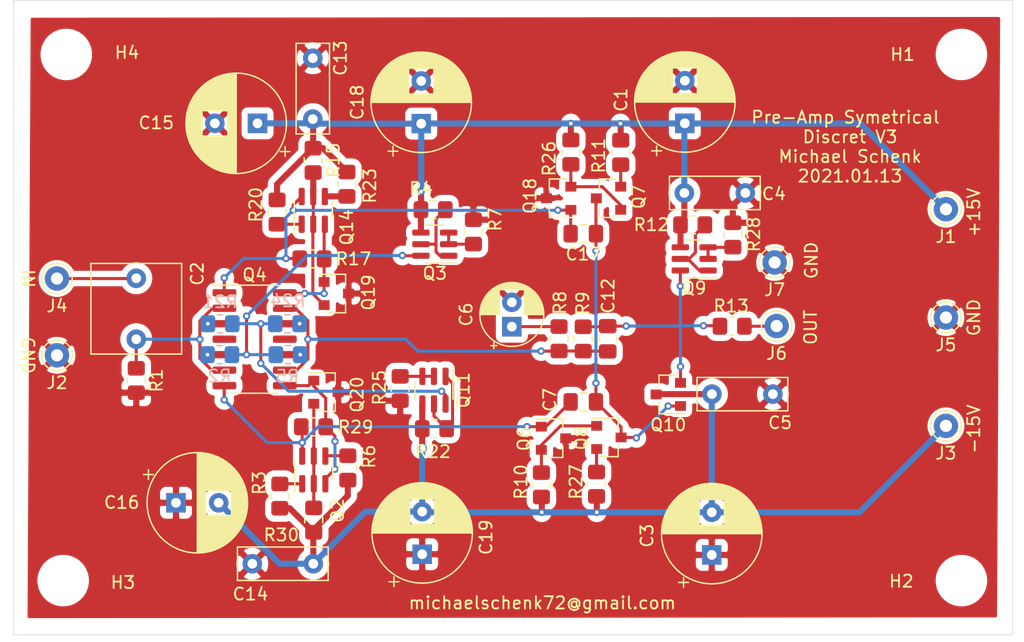
<source format=kicad_pcb>
(kicad_pcb (version 20171130) (host pcbnew "(5.1.9-0-10_14)")
  (layers (0 F.Cu signal) (31 B.Cu signal) (34 B.Paste user) (35 F.Paste user) (36 B.SilkS user) (37 F.SilkS user) (38 B.Mask user) (39 F.Mask user) (44 Edge.Cuts user))
  (net 0 "")
  (net 1 GND)
  (net 2 +15V)
  (net 3 "Net-(C2-Pad2)")
  (net 4 "Net-(C2-Pad1)")
  (net 5 -15V)
  (net 6 "Net-(C6-Pad1)")
  (net 7 "Net-(C7-Pad2)")
  (net 8 "Net-(J6-Pad1)")
  (net 9 "Net-(Q2-Pad2)")
  (net 10 "Net-(Q2-Pad1)")
  (net 11 "Net-(Q6-Pad2)")
  (net 12 "Net-(Q7-Pad2)")
  (net 13 "Net-(C12-Pad2)")
  (net 14 "Net-(C12-Pad1)")
  (net 15 "Net-(C17-Pad1)")
  (net 16 "Net-(C17-Pad2)")
  (net 17 "Net-(Q18-Pad2)")
  (net 18 "Net-(Q8-Pad2)")
  (net 19 "Net-(Q14-Pad2)")
  (net 20 "Net-(Q14-Pad1)")
  (net 21 "Net-(Q11-Pad1)")
  (net 22 "Net-(Q11-Pad6)")
  (net 23 "Net-(Q11-Pad2)")
  (net 24 "Net-(Q14-Pad4)")
  (net 25 "Net-(Q3-Pad6)")
  (net 26 "Net-(Q3-Pad1)")
  (net 27 "Net-(Q3-Pad2)")
  (net 28 "Net-(Q9-Pad2)")
  (net 29 "Net-(Q9-Pad1)")
  (net 30 "Net-(Q2-Pad4)")
  (net 31 "Net-(Q2-Pad3)")
  (net 32 "Net-(Q14-Pad3)")
  (net 33 "Net-(Q4-Pad12)")
  (net 34 "Net-(Q4-Pad10)")
  (net 35 "Net-(Q4-Pad5)")
  (net 36 "Net-(Q4-Pad3)")
  (module Resistor_SMD:R_0805_2012Metric_Pad1.20x1.40mm_HandSolder (layer B.Cu) (at 138.8204 124.968 180)
    (fp_text reference R2 (at 0.016 -1.7526) (layer B.SilkS) (effects (justify mirror)))
    (fp_text value 100R)
    (pad 2 smd roundrect (at 1 0 180) (size 1.2 1.4) (layers B.Cu B.Paste B.Mask) (roundrect_rratio 0.2083325) (net 35 "Net-(Q4-Pad5)"))
    (pad 1 smd roundrect (at -1 0 180) (size 1.2 1.4) (layers B.Cu B.Paste B.Mask) (roundrect_rratio 0.2083325) (net 25 "Net-(Q3-Pad6)"))
  )
  (module Resistor_SMD:R_0805_2012Metric_Pad1.20x1.40mm_HandSolder (layer B.Cu) (at 138.8524 122.428)
    (fp_text reference R21 (at -0.0094 -1.8034 180) (layer B.SilkS) (effects (justify mirror)))
    (fp_text value 100R)
    (pad 2 smd roundrect (at 1 0) (size 1.2 1.4) (layers B.Cu B.Paste B.Mask) (roundrect_rratio 0.2083325) (net 22 "Net-(Q11-Pad6)"))
    (pad 1 smd roundrect (at -1 0) (size 1.2 1.4) (layers B.Cu B.Paste B.Mask) (roundrect_rratio 0.2083325) (net 36 "Net-(Q4-Pad3)"))
  )
  (module Capacitor_THT:C_Rect_L7.2mm_W7.2mm_P5.00mm_FKS2_FKP2_MKS2_MKP2 (layer F.Cu) (at 131.9784 123.698 90)
    (fp_text reference C2 (at 5.3721 5.0038 90) (layer F.SilkS))
    (fp_text value 3.3uF)
    (pad 2 thru_hole circle (at 5 0 90) (size 1.6 1.6) (drill 0.8) (layers *.Cu *.Mask) (net 3 "Net-(C2-Pad2)"))
    (pad 1 thru_hole circle (at 0 0 90) (size 1.6 1.6) (drill 0.8) (layers *.Cu *.Mask) (net 4 "Net-(C2-Pad1)"))
  )
  (module Package_SO:SOIC-14_3.9x8.7mm_P1.27mm (layer F.Cu) (at 141.6812 123.698)
    (fp_text reference Q4 (at 0 -5.28) (layer F.SilkS))
    (fp_text value THAT340)
    (pad 14 smd roundrect (at 2.475 -3.81) (size 1.95 0.6) (layers F.Cu F.Paste F.Mask) (net 32 "Net-(Q14-Pad3)"))
    (pad 13 smd roundrect (at 2.475 -2.54) (size 1.95 0.6) (layers F.Cu F.Paste F.Mask) (net 13 "Net-(C12-Pad2)"))
    (pad 12 smd roundrect (at 2.475 -1.27) (size 1.95 0.6) (layers F.Cu F.Paste F.Mask) (net 33 "Net-(Q4-Pad12)"))
    (pad 11 smd roundrect (at 2.475 0) (size 1.95 0.6) (layers F.Cu F.Paste F.Mask))
    (pad 10 smd roundrect (at 2.475 1.27) (size 1.95 0.6) (layers F.Cu F.Paste F.Mask) (net 34 "Net-(Q4-Pad10)"))
    (pad 9 smd roundrect (at 2.475 2.54) (size 1.95 0.6) (layers F.Cu F.Paste F.Mask) (net 13 "Net-(C12-Pad2)"))
    (pad 8 smd roundrect (at 2.475 3.81) (size 1.95 0.6) (layers F.Cu F.Paste F.Mask) (net 31 "Net-(Q2-Pad3)"))
    (pad 7 smd roundrect (at -2.475 3.81) (size 1.95 0.6) (layers F.Cu F.Paste F.Mask) (net 7 "Net-(C7-Pad2)"))
    (pad 6 smd roundrect (at -2.475 2.54) (size 1.95 0.6) (layers F.Cu F.Paste F.Mask) (net 4 "Net-(C2-Pad1)"))
    (pad 5 smd roundrect (at -2.475 1.27) (size 1.95 0.6) (layers F.Cu F.Paste F.Mask) (net 35 "Net-(Q4-Pad5)"))
    (pad 4 smd roundrect (at -2.475 0) (size 1.95 0.6) (layers F.Cu F.Paste F.Mask))
    (pad 3 smd roundrect (at -2.475 -1.27) (size 1.95 0.6) (layers F.Cu F.Paste F.Mask) (net 36 "Net-(Q4-Pad3)"))
    (pad 2 smd roundrect (at -2.475 -2.54) (size 1.95 0.6) (layers F.Cu F.Paste F.Mask) (net 4 "Net-(C2-Pad1)"))
    (pad 1 smd roundrect (at -2.475 -3.81) (size 1.95 0.6) (layers F.Cu F.Paste F.Mask) (net 16 "Net-(C17-Pad2)"))
  )
  (module Package_SO:SC-74-6_1.5x2.9mm_P0.95mm (layer F.Cu) (at 146.5351 134.424 90)
    (fp_text reference Q2 (at -3.3329 1.9406 90) (layer F.SilkS))
    (fp_text value BCM847DS,115)
    (pad 6 smd roundrect (at 1.1375 -0.95 90) (size 1.425 0.5) (layers F.Cu F.Paste F.Mask) (net 7 "Net-(C7-Pad2)"))
    (pad 5 smd roundrect (at 1.1375 0 90) (size 1.425 0.5) (layers F.Cu F.Paste F.Mask) (net 9 "Net-(Q2-Pad2)"))
    (pad 4 smd roundrect (at 1.1375 0.95 90) (size 1.425 0.5) (layers F.Cu F.Paste F.Mask) (net 30 "Net-(Q2-Pad4)"))
    (pad 3 smd roundrect (at -1.1375 0.95 90) (size 1.425 0.5) (layers F.Cu F.Paste F.Mask) (net 31 "Net-(Q2-Pad3)"))
    (pad 2 smd roundrect (at -1.1375 0 90) (size 1.425 0.5) (layers F.Cu F.Paste F.Mask) (net 9 "Net-(Q2-Pad2)"))
    (pad 1 smd roundrect (at -1.1375 -0.95 90) (size 1.425 0.5) (layers F.Cu F.Paste F.Mask) (net 10 "Net-(Q2-Pad1)"))
  )
  (module Package_SO:SC-74-6_1.5x2.9mm_P0.95mm (layer F.Cu) (at 177.731 117.1067 180)
    (fp_text reference Q9 (at 0 -2.4) (layer F.SilkS))
    (fp_text value BCM857DS,115)
    (pad 6 smd roundrect (at 1.1375 -0.95 180) (size 1.425 0.5) (layers F.Cu F.Paste F.Mask) (net 14 "Net-(C12-Pad1)"))
    (pad 5 smd roundrect (at 1.1375 0 180) (size 1.425 0.5) (layers F.Cu F.Paste F.Mask) (net 29 "Net-(Q9-Pad1)"))
    (pad 4 smd roundrect (at 1.1375 0.95 180) (size 1.425 0.5) (layers F.Cu F.Paste F.Mask) (net 2 +15V))
    (pad 3 smd roundrect (at -1.1375 0.95 180) (size 1.425 0.5) (layers F.Cu F.Paste F.Mask) (net 28 "Net-(Q9-Pad2)"))
    (pad 2 smd roundrect (at -1.1375 0 180) (size 1.425 0.5) (layers F.Cu F.Paste F.Mask) (net 28 "Net-(Q9-Pad2)"))
    (pad 1 smd roundrect (at -1.1375 -0.95 180) (size 1.425 0.5) (layers F.Cu F.Paste F.Mask) (net 29 "Net-(Q9-Pad1)"))
  )
  (module Package_SO:SC-74-6_1.5x2.9mm_P0.95mm (layer F.Cu) (at 156.4585 115.8977 180)
    (fp_text reference Q3 (at 0 -2.4) (layer F.SilkS))
    (fp_text value BCM857DS,115)
    (pad 6 smd roundrect (at 1.1375 -0.95 180) (size 1.425 0.5) (layers F.Cu F.Paste F.Mask) (net 25 "Net-(Q3-Pad6)"))
    (pad 5 smd roundrect (at 1.1375 0 180) (size 1.425 0.5) (layers F.Cu F.Paste F.Mask) (net 26 "Net-(Q3-Pad1)"))
    (pad 4 smd roundrect (at 1.1375 0.95 180) (size 1.425 0.5) (layers F.Cu F.Paste F.Mask) (net 2 +15V))
    (pad 3 smd roundrect (at -1.1375 0.95 180) (size 1.425 0.5) (layers F.Cu F.Paste F.Mask) (net 27 "Net-(Q3-Pad2)"))
    (pad 2 smd roundrect (at -1.1375 0 180) (size 1.425 0.5) (layers F.Cu F.Paste F.Mask) (net 27 "Net-(Q3-Pad2)"))
    (pad 1 smd roundrect (at -1.1375 -0.95 180) (size 1.425 0.5) (layers F.Cu F.Paste F.Mask) (net 26 "Net-(Q3-Pad1)"))
  )
  (module Package_SO:SC-74-6_1.5x2.9mm_P0.95mm (layer F.Cu) (at 146.492 113.1244 90)
    (fp_text reference Q14 (at -1.3915 2.7457 90) (layer F.SilkS))
    (fp_text value BCM857DS,115)
    (pad 6 smd roundrect (at 1.1375 -0.95 90) (size 1.425 0.5) (layers F.Cu F.Paste F.Mask) (net 16 "Net-(C17-Pad2)"))
    (pad 5 smd roundrect (at 1.1375 0 90) (size 1.425 0.5) (layers F.Cu F.Paste F.Mask) (net 19 "Net-(Q14-Pad2)"))
    (pad 4 smd roundrect (at 1.1375 0.95 90) (size 1.425 0.5) (layers F.Cu F.Paste F.Mask) (net 24 "Net-(Q14-Pad4)"))
    (pad 3 smd roundrect (at -1.1375 0.95 90) (size 1.425 0.5) (layers F.Cu F.Paste F.Mask) (net 32 "Net-(Q14-Pad3)"))
    (pad 2 smd roundrect (at -1.1375 0 90) (size 1.425 0.5) (layers F.Cu F.Paste F.Mask) (net 19 "Net-(Q14-Pad2)"))
    (pad 1 smd roundrect (at -1.1375 -0.95 90) (size 1.425 0.5) (layers F.Cu F.Paste F.Mask) (net 20 "Net-(Q14-Pad1)"))
  )
  (module Package_SO:SC-74-6_1.5x2.9mm_P0.95mm (layer F.Cu) (at 156.3903 127.8788 270)
    (fp_text reference Q11 (at 0 -2.4 90) (layer F.SilkS))
    (fp_text value BCM847DS,115)
    (pad 6 smd roundrect (at 1.1375 -0.95 270) (size 1.425 0.5) (layers F.Cu F.Paste F.Mask) (net 22 "Net-(Q11-Pad6)"))
    (pad 5 smd roundrect (at 1.1375 0 270) (size 1.425 0.5) (layers F.Cu F.Paste F.Mask) (net 21 "Net-(Q11-Pad1)"))
    (pad 4 smd roundrect (at 1.1375 0.95 270) (size 1.425 0.5) (layers F.Cu F.Paste F.Mask) (net 5 -15V))
    (pad 3 smd roundrect (at -1.1375 0.95 270) (size 1.425 0.5) (layers F.Cu F.Paste F.Mask) (net 23 "Net-(Q11-Pad2)"))
    (pad 2 smd roundrect (at -1.1375 0 270) (size 1.425 0.5) (layers F.Cu F.Paste F.Mask) (net 23 "Net-(Q11-Pad2)"))
    (pad 1 smd roundrect (at -1.1375 -0.95 270) (size 1.425 0.5) (layers F.Cu F.Paste F.Mask) (net 21 "Net-(Q11-Pad1)"))
  )
  (module Capacitor_THT:CP_Radial_D8.0mm_P3.50mm (layer F.Cu) (at 176.9618 105.9815 90)
    (fp_text reference C1 (at 1.9304 -5.2324 90) (layer F.SilkS))
    (fp_text value 220uF)
    (pad 2 thru_hole circle (at 3.5 0 90) (size 1.6 1.6) (drill 0.8) (layers *.Cu *.Mask) (net 1 GND))
    (pad 1 thru_hole rect (at 0 0 90) (size 1.6 1.6) (drill 0.8) (layers *.Cu *.Mask) (net 2 +15V))
  )
  (module Resistor_SMD:R_0805_2012Metric_Pad1.20x1.40mm_HandSolder (layer F.Cu) (at 146.5326 138.541 270)
    (fp_text reference R30 (at 1.2225 2.6543) (layer F.SilkS))
    (fp_text value 1k)
    (pad 2 smd roundrect (at 1 0 270) (size 1.2 1.4) (layers F.Cu F.Paste F.Mask) (roundrect_rratio 0.2083325) (net 5 -15V))
    (pad 1 smd roundrect (at -1 0 270) (size 1.2 1.4) (layers F.Cu F.Paste F.Mask) (roundrect_rratio 0.2083325) (net 9 "Net-(Q2-Pad2)"))
  )
  (module Resistor_SMD:R_0805_2012Metric_Pad1.20x1.40mm_HandSolder (layer F.Cu) (at 146.5105 130.8862 180)
    (fp_text reference R29 (at -3.4638 -0.0254) (layer F.SilkS))
    (fp_text value 47k)
    (pad 2 smd roundrect (at 1 0 180) (size 1.2 1.4) (layers F.Cu F.Paste F.Mask) (roundrect_rratio 0.2083325) (net 7 "Net-(C7-Pad2)"))
    (pad 1 smd roundrect (at -1 0 180) (size 1.2 1.4) (layers F.Cu F.Paste F.Mask) (roundrect_rratio 0.2083325) (net 31 "Net-(Q2-Pad3)"))
  )
  (module Resistor_SMD:R_0805_2012Metric_Pad1.20x1.40mm_HandSolder (layer F.Cu) (at 146.3835 117.1067 180)
    (fp_text reference R17 (at -3.413 0) (layer F.SilkS))
    (fp_text value 47k)
    (pad 2 smd roundrect (at 1 0 180) (size 1.2 1.4) (layers F.Cu F.Paste F.Mask) (roundrect_rratio 0.2083325) (net 16 "Net-(C17-Pad2)"))
    (pad 1 smd roundrect (at -1 0 180) (size 1.2 1.4) (layers F.Cu F.Paste F.Mask) (roundrect_rratio 0.2083325) (net 32 "Net-(Q14-Pad3)"))
  )
  (module Resistor_SMD:R_0805_2012Metric_Pad1.20x1.40mm_HandSolder (layer F.Cu) (at 146.4818 109.0201 270)
    (fp_text reference R15 (at 0 -1.65 90) (layer F.SilkS))
    (fp_text value 1k)
    (pad 2 smd roundrect (at 1 0 270) (size 1.2 1.4) (layers F.Cu F.Paste F.Mask) (roundrect_rratio 0.2083325) (net 19 "Net-(Q14-Pad2)"))
    (pad 1 smd roundrect (at -1 0 270) (size 1.2 1.4) (layers F.Cu F.Paste F.Mask) (roundrect_rratio 0.2083325) (net 2 +15V))
  )
  (module Package_TO_SOT_SMD:SOT-23 (layer F.Cu) (at 147.5326 128.0439)
    (fp_text reference Q20 (at 2.556 0.193 270) (layer F.SilkS))
    (fp_text value BC850C)
    (pad 3 smd rect (at 1 0) (size 0.9 0.8) (layers F.Cu F.Paste F.Mask) (net 1 GND))
    (pad 2 smd rect (at -1 0.95) (size 0.9 0.8) (layers F.Cu F.Paste F.Mask) (net 9 "Net-(Q2-Pad2)"))
    (pad 1 smd rect (at -1 -0.95) (size 0.9 0.8) (layers F.Cu F.Paste F.Mask) (net 31 "Net-(Q2-Pad3)"))
  )
  (module Package_TO_SOT_SMD:SOT-23 (layer F.Cu) (at 148.3835 119.949)
    (fp_text reference Q19 (at 2.6322 -0.0864 270) (layer F.SilkS))
    (fp_text value BC860C)
    (pad 3 smd rect (at 1 0) (size 0.9 0.8) (layers F.Cu F.Paste F.Mask) (net 1 GND))
    (pad 2 smd rect (at -1 0.95) (size 0.9 0.8) (layers F.Cu F.Paste F.Mask) (net 19 "Net-(Q14-Pad2)"))
    (pad 1 smd rect (at -1 -0.95) (size 0.9 0.8) (layers F.Cu F.Paste F.Mask) (net 32 "Net-(Q14-Pad3)"))
  )
  (module Capacitor_THT:CP_Radial_D8.0mm_P3.50mm (layer F.Cu) (at 155.4226 141.3458 90)
    (fp_text reference C19 (at 1.3918 5.2324 90) (layer F.SilkS))
    (fp_text value 220uF)
    (pad 2 thru_hole circle (at 3.5 0 90) (size 1.6 1.6) (drill 0.8) (layers *.Cu *.Mask) (net 5 -15V))
    (pad 1 thru_hole rect (at 0 0 90) (size 1.6 1.6) (drill 0.8) (layers *.Cu *.Mask) (net 1 GND))
  )
  (module Capacitor_THT:CP_Radial_D8.0mm_P3.50mm (layer F.Cu) (at 155.3464 106.0069 90)
    (fp_text reference C18 (at 1.75 -5.25 90) (layer F.SilkS))
    (fp_text value 220uF)
    (pad 2 thru_hole circle (at 3.5 0 90) (size 1.6 1.6) (drill 0.8) (layers *.Cu *.Mask) (net 1 GND))
    (pad 1 thru_hole rect (at 0 0 90) (size 1.6 1.6) (drill 0.8) (layers *.Cu *.Mask) (net 2 +15V))
  )
  (module Resistor_SMD:R_0805_2012Metric_Pad1.20x1.40mm_HandSolder (layer F.Cu) (at 143.7513 136.5725 270)
    (fp_text reference R3 (at -1.0762 1.6891 90) (layer F.SilkS))
    (fp_text value 68R)
    (pad 2 smd roundrect (at 1 0 270) (size 1.2 1.4) (layers F.Cu F.Paste F.Mask) (roundrect_rratio 0.2083325) (net 5 -15V))
    (pad 1 smd roundrect (at -1 0 270) (size 1.2 1.4) (layers F.Cu F.Paste F.Mask) (roundrect_rratio 0.2083325) (net 10 "Net-(Q2-Pad1)"))
  )
  (module Capacitor_THT:CP_Radial_D5.0mm_P2.00mm (layer F.Cu) (at 162.7759 122.6693 90)
    (fp_text reference C6 (at 1 -3.75 90) (layer F.SilkS))
    (fp_text value 100uF)
    (pad 2 thru_hole circle (at 2 0 90) (size 1.6 1.6) (drill 0.8) (layers *.Cu *.Mask) (net 1 GND))
    (pad 1 thru_hole rect (at 0 0 90) (size 1.6 1.6) (drill 0.8) (layers *.Cu *.Mask) (net 6 "Net-(C6-Pad1)"))
  )
  (module Package_TO_SOT_SMD:SOT-23 (layer F.Cu) (at 166.6146 112.1308 180)
    (fp_text reference Q18 (at 2.3528 0.193 90) (layer F.SilkS))
    (fp_text value BC860C)
    (pad 3 smd rect (at 1 0 180) (size 0.9 0.8) (layers F.Cu F.Paste F.Mask) (net 1 GND))
    (pad 2 smd rect (at -1 0.95 180) (size 0.9 0.8) (layers F.Cu F.Paste F.Mask) (net 17 "Net-(Q18-Pad2)"))
    (pad 1 smd rect (at -1 -0.95 180) (size 0.9 0.8) (layers F.Cu F.Paste F.Mask) (net 16 "Net-(C17-Pad2)"))
  )
  (module Resistor_SMD:R_0805_2012Metric_Pad1.20x1.40mm_HandSolder (layer F.Cu) (at 180.8447 122.6312 180)
    (fp_text reference R13 (at 0.0795 1.651) (layer F.SilkS))
    (fp_text value 47R)
    (pad 2 smd roundrect (at 1 0 180) (size 1.2 1.4) (layers F.Cu F.Paste F.Mask) (roundrect_rratio 0.2083325) (net 14 "Net-(C12-Pad1)"))
    (pad 1 smd roundrect (at -1 0 180) (size 1.2 1.4) (layers F.Cu F.Paste F.Mask) (roundrect_rratio 0.2083325) (net 8 "Net-(J6-Pad1)"))
  )
  (module Resistor_SMD:R_0805_2012Metric_Pad1.20x1.40mm_HandSolder (layer F.Cu) (at 180.8988 115.1415 90)
    (fp_text reference R28 (at 0.0414 1.7145 90) (layer F.SilkS))
    (fp_text value 10k)
    (pad 2 smd roundrect (at 1 0 90) (size 1.2 1.4) (layers F.Cu F.Paste F.Mask) (roundrect_rratio 0.2083325) (net 1 GND))
    (pad 1 smd roundrect (at -1 0 90) (size 1.2 1.4) (layers F.Cu F.Paste F.Mask) (roundrect_rratio 0.2083325) (net 28 "Net-(Q9-Pad2)"))
  )
  (module Resistor_SMD:R_0805_2012Metric_Pad1.20x1.40mm_HandSolder (layer F.Cu) (at 169.7228 135.5946 270)
    (fp_text reference R27 (at -0.1872 1.6764 90) (layer F.SilkS))
    (fp_text value 39R)
    (pad 2 smd roundrect (at 1 0 270) (size 1.2 1.4) (layers F.Cu F.Paste F.Mask) (roundrect_rratio 0.2083325) (net 5 -15V))
    (pad 1 smd roundrect (at -1 0 270) (size 1.2 1.4) (layers F.Cu F.Paste F.Mask) (roundrect_rratio 0.2083325) (net 18 "Net-(Q8-Pad2)"))
  )
  (module Resistor_SMD:R_0805_2012Metric_Pad1.20x1.40mm_HandSolder (layer F.Cu) (at 167.6146 108.347 270)
    (fp_text reference R26 (at 0.524 1.778 90) (layer F.SilkS))
    (fp_text value 2k2)
    (pad 2 smd roundrect (at 1 0 270) (size 1.2 1.4) (layers F.Cu F.Paste F.Mask) (roundrect_rratio 0.2083325) (net 17 "Net-(Q18-Pad2)"))
    (pad 1 smd roundrect (at -1 0 270) (size 1.2 1.4) (layers F.Cu F.Paste F.Mask) (roundrect_rratio 0.2083325) (net 2 +15V))
  )
  (module Resistor_SMD:R_0805_2012Metric_Pad1.20x1.40mm_HandSolder (layer F.Cu) (at 153.6192 127.746 90)
    (fp_text reference R25 (at 0.0762 -1.7018 90) (layer F.SilkS))
    (fp_text value 10k)
    (pad 2 smd roundrect (at 1 0 90) (size 1.2 1.4) (layers F.Cu F.Paste F.Mask) (roundrect_rratio 0.2083325) (net 23 "Net-(Q11-Pad2)"))
    (pad 1 smd roundrect (at -1 0 90) (size 1.2 1.4) (layers F.Cu F.Paste F.Mask) (roundrect_rratio 0.2083325) (net 1 GND))
  )
  (module Resistor_SMD:R_0805_2012Metric_Pad1.20x1.40mm_HandSolder (layer B.Cu) (at 144.3736 122.428 180)
    (fp_text reference R24 (at -0.0348 1.8796 180) (layer B.SilkS) (effects (justify mirror)))
    (fp_text value 100R)
    (pad 2 smd roundrect (at 1 0 180) (size 1.2 1.4) (layers B.Cu B.Paste B.Mask) (roundrect_rratio 0.2083325) (net 22 "Net-(Q11-Pad6)"))
    (pad 1 smd roundrect (at -1 0 180) (size 1.2 1.4) (layers B.Cu B.Paste B.Mask) (roundrect_rratio 0.2083325) (net 33 "Net-(Q4-Pad12)"))
  )
  (module Resistor_SMD:R_0805_2012Metric_Pad1.20x1.40mm_HandSolder (layer F.Cu) (at 149.2504 110.9759 270)
    (fp_text reference R23 (at 0.1364 -1.8796 90) (layer F.SilkS))
    (fp_text value 68R)
    (pad 2 smd roundrect (at 1 0 270) (size 1.2 1.4) (layers F.Cu F.Paste F.Mask) (roundrect_rratio 0.2083325) (net 24 "Net-(Q14-Pad4)"))
    (pad 1 smd roundrect (at -1 0 270) (size 1.2 1.4) (layers F.Cu F.Paste F.Mask) (roundrect_rratio 0.2083325) (net 2 +15V))
  )
  (module Resistor_SMD:R_0805_2012Metric_Pad1.20x1.40mm_HandSolder (layer F.Cu) (at 156.4292 131.0386 180)
    (fp_text reference R22 (at 0.1176 -1.8923) (layer F.SilkS))
    (fp_text value 100R)
    (pad 2 smd roundrect (at 1 0 180) (size 1.2 1.4) (layers F.Cu F.Paste F.Mask) (roundrect_rratio 0.2083325) (net 5 -15V))
    (pad 1 smd roundrect (at -1 0 180) (size 1.2 1.4) (layers F.Cu F.Paste F.Mask) (roundrect_rratio 0.2083325) (net 21 "Net-(Q11-Pad1)"))
  )
  (module Resistor_SMD:R_0805_2012Metric_Pad1.20x1.40mm_HandSolder (layer F.Cu) (at 143.5227 113.2619 270)
    (fp_text reference R20 (at -0.6002 1.7399 90) (layer F.SilkS))
    (fp_text value 68R)
    (pad 2 smd roundrect (at 1 0 270) (size 1.2 1.4) (layers F.Cu F.Paste F.Mask) (roundrect_rratio 0.2083325) (net 20 "Net-(Q14-Pad1)"))
    (pad 1 smd roundrect (at -1 0 270) (size 1.2 1.4) (layers F.Cu F.Paste F.Mask) (roundrect_rratio 0.2083325) (net 2 +15V))
  )
  (module Capacitor_SMD:C_0805_2012Metric_Pad1.18x1.45mm_HandSolder (layer F.Cu) (at 168.6345 115.0366 180)
    (fp_text reference C17 (at 0 -1.68) (layer F.SilkS))
    (fp_text value 270pF)
    (pad 2 smd roundrect (at 1.0375 0 180) (size 1.175 1.45) (layers F.Cu F.Paste F.Mask) (roundrect_rratio 0.2127659574468085) (net 16 "Net-(C17-Pad2)"))
    (pad 1 smd roundrect (at -1.0375 0 180) (size 1.175 1.45) (layers F.Cu F.Paste F.Mask) (roundrect_rratio 0.2127659574468085) (net 15 "Net-(C17-Pad1)"))
  )
  (module Capacitor_THT:CP_Radial_D8.0mm_P3.50mm (layer F.Cu) (at 135.2348 137.1219)
    (fp_text reference C16 (at -4.4502 -0.0254) (layer F.SilkS))
    (fp_text value 220uF)
    (pad 2 thru_hole circle (at 3.5 0) (size 1.6 1.6) (drill 0.8) (layers *.Cu *.Mask) (net 5 -15V))
    (pad 1 thru_hole rect (at 0 0) (size 1.6 1.6) (drill 0.8) (layers *.Cu *.Mask) (net 1 GND))
  )
  (module Capacitor_THT:CP_Radial_D8.0mm_P3.50mm (layer F.Cu) (at 141.9225 105.9815 180)
    (fp_text reference C15 (at 8.3058 0.0381) (layer F.SilkS))
    (fp_text value 220uF)
    (pad 2 thru_hole circle (at 3.5 0 180) (size 1.6 1.6) (drill 0.8) (layers *.Cu *.Mask) (net 1 GND))
    (pad 1 thru_hole rect (at 0 0 180) (size 1.6 1.6) (drill 0.8) (layers *.Cu *.Mask) (net 2 +15V))
  )
  (module Capacitor_THT:CP_Radial_D8.0mm_P3.50mm (layer F.Cu) (at 179.1716 141.4018 90)
    (fp_text reference C3 (at 1.5748 -5.3086 90) (layer F.SilkS))
    (fp_text value 220uF)
    (pad 2 thru_hole circle (at 3.5 0 90) (size 1.6 1.6) (drill 0.8) (layers *.Cu *.Mask) (net 5 -15V))
    (pad 1 thru_hole rect (at 0 0 90) (size 1.6 1.6) (drill 0.8) (layers *.Cu *.Mask) (net 1 GND))
  )
  (module Capacitor_THT:C_Rect_L7.2mm_W2.5mm_P5.00mm_FKS2_FKP2_MKS2_MKP2 (layer F.Cu) (at 146.4945 142.1257 180)
    (fp_text reference C14 (at 5.1562 -2.4892) (layer F.SilkS))
    (fp_text value 100nF)
    (pad 2 thru_hole circle (at 5 0 180) (size 1.6 1.6) (drill 0.8) (layers *.Cu *.Mask) (net 1 GND))
    (pad 1 thru_hole circle (at 0 0 180) (size 1.6 1.6) (drill 0.8) (layers *.Cu *.Mask) (net 5 -15V))
  )
  (module Capacitor_THT:C_Rect_L7.2mm_W2.5mm_P5.00mm_FKS2_FKP2_MKS2_MKP2 (layer F.Cu) (at 146.4564 100.6348 270)
    (fp_text reference C13 (at -0.0038 -2.2606 90) (layer F.SilkS))
    (fp_text value 100nF)
    (pad 2 thru_hole circle (at 5 0 270) (size 1.6 1.6) (drill 0.8) (layers *.Cu *.Mask) (net 2 +15V))
    (pad 1 thru_hole circle (at 0 0 270) (size 1.6 1.6) (drill 0.8) (layers *.Cu *.Mask) (net 1 GND))
  )
  (module Capacitor_THT:C_Rect_L7.2mm_W2.5mm_P5.00mm_FKS2_FKP2_MKS2_MKP2 (layer F.Cu) (at 179.1843 128.2065)
    (fp_text reference C5 (at 5.588 2.3495) (layer F.SilkS))
    (fp_text value 100nF)
    (pad 2 thru_hole circle (at 5 0) (size 1.6 1.6) (drill 0.8) (layers *.Cu *.Mask) (net 1 GND))
    (pad 1 thru_hole circle (at 0 0) (size 1.6 1.6) (drill 0.8) (layers *.Cu *.Mask) (net 5 -15V))
  )
  (module Capacitor_THT:C_Rect_L7.2mm_W2.5mm_P5.00mm_FKS2_FKP2_MKS2_MKP2 (layer F.Cu) (at 181.9237 111.6965 180)
    (fp_text reference C4 (at -2.3406 -0.0762) (layer F.SilkS))
    (fp_text value 100nF)
    (pad 2 thru_hole circle (at 5 0 180) (size 1.6 1.6) (drill 0.8) (layers *.Cu *.Mask) (net 2 +15V))
    (pad 1 thru_hole circle (at 0 0 180) (size 1.6 1.6) (drill 0.8) (layers *.Cu *.Mask) (net 1 GND))
  )
  (module Connector_Pin:Pin_D1.0mm_L10.0mm (layer F.Cu) (at 184.3278 117.3988)
    (fp_text reference J7 (at 0 2.25) (layer F.SilkS))
    (fp_text value Conn_01x01)
    (pad 1 thru_hole circle (at 0 0) (size 2 2) (drill 1) (layers *.Cu *.Mask) (net 1 GND))
  )
  (module Connector_Pin:Pin_D1.0mm_L10.0mm (layer F.Cu) (at 184.4929 122.6185)
    (fp_text reference J6 (at 0 2.25) (layer F.SilkS))
    (fp_text value Conn_01x01)
    (pad 1 thru_hole circle (at 0 0) (size 2 2) (drill 1) (layers *.Cu *.Mask) (net 8 "Net-(J6-Pad1)"))
  )
  (module Connector_Pin:Pin_D1.0mm_L10.0mm (layer F.Cu) (at 198.374 121.92)
    (fp_text reference J5 (at 0 2.25) (layer F.SilkS))
    (fp_text value Conn_01x01)
    (pad 1 thru_hole circle (at 0 0) (size 2 2) (drill 1) (layers *.Cu *.Mask) (net 1 GND))
  )
  (module Connector_Pin:Pin_D1.0mm_L10.0mm (layer F.Cu) (at 125.476 118.7196)
    (fp_text reference J4 (at 0 2.25) (layer F.SilkS))
    (fp_text value Conn_01x01)
    (pad 1 thru_hole circle (at 0 0) (size 2 2) (drill 1) (layers *.Cu *.Mask) (net 3 "Net-(C2-Pad2)"))
  )
  (module Connector_Pin:Pin_D1.0mm_L10.0mm (layer F.Cu) (at 198.374 130.81)
    (fp_text reference J3 (at 0 2.25) (layer F.SilkS))
    (fp_text value Conn_01x01)
    (pad 1 thru_hole circle (at 0 0) (size 2 2) (drill 1) (layers *.Cu *.Mask) (net 5 -15V))
  )
  (module Connector_Pin:Pin_D1.0mm_L10.0mm (layer F.Cu) (at 125.476 125.0188)
    (fp_text reference J2 (at 0 2.25) (layer F.SilkS))
    (fp_text value Conn_01x01)
    (pad 1 thru_hole circle (at 0 0) (size 2 2) (drill 1) (layers *.Cu *.Mask) (net 1 GND))
  )
  (module Connector_Pin:Pin_D1.0mm_L10.0mm (layer F.Cu) (at 198.374 113.03)
    (fp_text reference J1 (at 0 2.25) (layer F.SilkS))
    (fp_text value Conn_01x01)
    (pad 1 thru_hole circle (at 0 0) (size 2 2) (drill 1) (layers *.Cu *.Mask) (net 2 +15V))
  )
  (module Package_TO_SOT_SMD:SOT-23 (layer F.Cu) (at 175.6062 128.2294 180)
    (fp_text reference Q10 (at 0 -2.5) (layer F.SilkS))
    (fp_text value BC860C)
    (pad 3 smd rect (at 1 0 180) (size 0.9 0.8) (layers F.Cu F.Paste F.Mask) (net 5 -15V))
    (pad 2 smd rect (at -1 0.95 180) (size 0.9 0.8) (layers F.Cu F.Paste F.Mask) (net 14 "Net-(C12-Pad1)"))
    (pad 1 smd rect (at -1 -0.95 180) (size 0.9 0.8) (layers F.Cu F.Paste F.Mask) (net 15 "Net-(C17-Pad1)"))
  )
  (module Resistor_SMD:R_0805_2012Metric_Pad1.20x1.40mm_HandSolder (layer F.Cu) (at 156.321 113.0681)
    (fp_text reference R4 (at -0.9812 -1.7272) (layer F.SilkS))
    (fp_text value 100R)
    (pad 2 smd roundrect (at 1 0) (size 1.2 1.4) (layers F.Cu F.Paste F.Mask) (roundrect_rratio 0.2083325) (net 26 "Net-(Q3-Pad1)"))
    (pad 1 smd roundrect (at -1 0) (size 1.2 1.4) (layers F.Cu F.Paste F.Mask) (roundrect_rratio 0.2083325) (net 2 +15V))
  )
  (module Capacitor_SMD:C_0805_2012Metric_Pad1.18x1.45mm_HandSolder (layer F.Cu) (at 168.6345 128.8415 180)
    (fp_text reference C7 (at 2.7471 0.1651 90) (layer F.SilkS))
    (fp_text value 270pF)
    (pad 2 smd roundrect (at 1.0375 0 180) (size 1.175 1.45) (layers F.Cu F.Paste F.Mask) (roundrect_rratio 0.2127659574468085) (net 7 "Net-(C7-Pad2)"))
    (pad 1 smd roundrect (at -1.0375 0 180) (size 1.175 1.45) (layers F.Cu F.Paste F.Mask) (roundrect_rratio 0.2127659574468085) (net 15 "Net-(C17-Pad1)"))
  )
  (module Capacitor_SMD:C_0805_2012Metric_Pad1.18x1.45mm_HandSolder (layer F.Cu) (at 170.6372 123.6638 270)
    (fp_text reference C12 (at -3.5218 -0.0381 90) (layer F.SilkS))
    (fp_text value 6.8pF)
    (pad 2 smd roundrect (at 1.0375 0 270) (size 1.175 1.45) (layers F.Cu F.Paste F.Mask) (roundrect_rratio 0.2127659574468085) (net 13 "Net-(C12-Pad2)"))
    (pad 1 smd roundrect (at -1.0375 0 270) (size 1.175 1.45) (layers F.Cu F.Paste F.Mask) (roundrect_rratio 0.2127659574468085) (net 14 "Net-(C12-Pad1)"))
  )
  (module Resistor_SMD:R_0805_2012Metric_Pad1.20x1.40mm_HandSolder (layer F.Cu) (at 131.9784 127.0856 270)
    (fp_text reference R1 (at 0 -1.65 90) (layer F.SilkS))
    (fp_text value 10k)
    (pad 2 smd roundrect (at 1 0 270) (size 1.2 1.4) (layers F.Cu F.Paste F.Mask) (roundrect_rratio 0.2083325) (net 1 GND))
    (pad 1 smd roundrect (at -1 0 270) (size 1.2 1.4) (layers F.Cu F.Paste F.Mask) (roundrect_rratio 0.2083325) (net 4 "Net-(C2-Pad1)"))
  )
  (module Resistor_SMD:R_0805_2012Metric_Pad1.20x1.40mm_HandSolder (layer F.Cu) (at 177.6062 114.3127)
    (fp_text reference R12 (at -3.3876 -0.0127) (layer F.SilkS))
    (fp_text value 100R)
    (pad 2 smd roundrect (at 1 0) (size 1.2 1.4) (layers F.Cu F.Paste F.Mask) (roundrect_rratio 0.2083325) (net 29 "Net-(Q9-Pad1)"))
    (pad 1 smd roundrect (at -1 0) (size 1.2 1.4) (layers F.Cu F.Paste F.Mask) (roundrect_rratio 0.2083325) (net 2 +15V))
  )
  (module Resistor_SMD:R_0805_2012Metric_Pad1.20x1.40mm_HandSolder (layer F.Cu) (at 171.704 108.3724 270)
    (fp_text reference R11 (at 0.2634 1.8034 90) (layer F.SilkS))
    (fp_text value 39R)
    (pad 2 smd roundrect (at 1 0 270) (size 1.2 1.4) (layers F.Cu F.Paste F.Mask) (roundrect_rratio 0.2083325) (net 12 "Net-(Q7-Pad2)"))
    (pad 1 smd roundrect (at -1 0 270) (size 1.2 1.4) (layers F.Cu F.Paste F.Mask) (roundrect_rratio 0.2083325) (net 2 +15V))
  )
  (module Resistor_SMD:R_0805_2012Metric_Pad1.20x1.40mm_HandSolder (layer F.Cu) (at 165.2016 135.6454 270)
    (fp_text reference R10 (at -0.238 1.6764 90) (layer F.SilkS))
    (fp_text value 2k2)
    (pad 2 smd roundrect (at 1 0 270) (size 1.2 1.4) (layers F.Cu F.Paste F.Mask) (roundrect_rratio 0.2083325) (net 5 -15V))
    (pad 1 smd roundrect (at -1 0 270) (size 1.2 1.4) (layers F.Cu F.Paste F.Mask) (roundrect_rratio 0.2083325) (net 11 "Net-(Q6-Pad2)"))
  )
  (module Resistor_SMD:R_0805_2012Metric_Pad1.20x1.40mm_HandSolder (layer F.Cu) (at 168.6306 123.6759 270)
    (fp_text reference R9 (at -2.9243 0.0381 90) (layer F.SilkS))
    (fp_text value 10k)
    (pad 2 smd roundrect (at 1 0 270) (size 1.2 1.4) (layers F.Cu F.Paste F.Mask) (roundrect_rratio 0.2083325) (net 13 "Net-(C12-Pad2)"))
    (pad 1 smd roundrect (at -1 0 270) (size 1.2 1.4) (layers F.Cu F.Paste F.Mask) (roundrect_rratio 0.2083325) (net 14 "Net-(C12-Pad1)"))
  )
  (module Resistor_SMD:R_0805_2012Metric_Pad1.20x1.40mm_HandSolder (layer F.Cu) (at 166.6494 123.6632 90)
    (fp_text reference R8 (at 2.9497 0.0762 90) (layer F.SilkS))
    (fp_text value 10k)
    (pad 2 smd roundrect (at 1 0 90) (size 1.2 1.4) (layers F.Cu F.Paste F.Mask) (roundrect_rratio 0.2083325) (net 6 "Net-(C6-Pad1)"))
    (pad 1 smd roundrect (at -1 0 90) (size 1.2 1.4) (layers F.Cu F.Paste F.Mask) (roundrect_rratio 0.2083325) (net 13 "Net-(C12-Pad2)"))
  )
  (module Resistor_SMD:R_0805_2012Metric_Pad1.20x1.40mm_HandSolder (layer F.Cu) (at 159.6263 114.8875 90)
    (fp_text reference R7 (at 1.016 1.778 90) (layer F.SilkS))
    (fp_text value 10k)
    (pad 2 smd roundrect (at 1 0 90) (size 1.2 1.4) (layers F.Cu F.Paste F.Mask) (roundrect_rratio 0.2083325) (net 1 GND))
    (pad 1 smd roundrect (at -1 0 90) (size 1.2 1.4) (layers F.Cu F.Paste F.Mask) (roundrect_rratio 0.2083325) (net 27 "Net-(Q3-Pad2)"))
  )
  (module Resistor_SMD:R_0805_2012Metric_Pad1.20x1.40mm_HandSolder (layer F.Cu) (at 149.3266 134.2611 270)
    (fp_text reference R6 (at -0.9238 -1.7272 90) (layer F.SilkS))
    (fp_text value 68R)
    (pad 2 smd roundrect (at 1 0 270) (size 1.2 1.4) (layers F.Cu F.Paste F.Mask) (roundrect_rratio 0.2083325) (net 5 -15V))
    (pad 1 smd roundrect (at -1 0 270) (size 1.2 1.4) (layers F.Cu F.Paste F.Mask) (roundrect_rratio 0.2083325) (net 30 "Net-(Q2-Pad4)"))
  )
  (module Resistor_SMD:R_0805_2012Metric_Pad1.20x1.40mm_HandSolder (layer B.Cu) (at 144.4244 124.968)
    (fp_text reference R5 (at -0.0602 1.778 180) (layer B.SilkS) (effects (justify mirror)))
    (fp_text value 100R)
    (pad 2 smd roundrect (at 1 0) (size 1.2 1.4) (layers B.Cu B.Paste B.Mask) (roundrect_rratio 0.2083325) (net 34 "Net-(Q4-Pad10)"))
    (pad 1 smd roundrect (at -1 0) (size 1.2 1.4) (layers B.Cu B.Paste B.Mask) (roundrect_rratio 0.2083325) (net 25 "Net-(Q3-Pad6)"))
  )
  (module Package_TO_SOT_SMD:SOT-23 (layer F.Cu) (at 170.7355 131.76)
    (fp_text reference Q8 (at -2.2573 0.0406 90) (layer F.SilkS))
    (fp_text value BC850C)
    (pad 3 smd rect (at 1 0) (size 0.9 0.8) (layers F.Cu F.Paste F.Mask) (net 15 "Net-(C17-Pad1)"))
    (pad 2 smd rect (at -1 0.95) (size 0.9 0.8) (layers F.Cu F.Paste F.Mask) (net 18 "Net-(Q8-Pad2)"))
    (pad 1 smd rect (at -1 -0.95) (size 0.9 0.8) (layers F.Cu F.Paste F.Mask) (net 11 "Net-(Q6-Pad2)"))
  )
  (module Package_TO_SOT_SMD:SOT-23 (layer F.Cu) (at 170.704 112.1308 180)
    (fp_text reference Q7 (at -2.4732 0.1168 90) (layer F.SilkS))
    (fp_text value BC860C)
    (pad 3 smd rect (at 1 0 180) (size 0.9 0.8) (layers F.Cu F.Paste F.Mask) (net 15 "Net-(C17-Pad1)"))
    (pad 2 smd rect (at -1 0.95 180) (size 0.9 0.8) (layers F.Cu F.Paste F.Mask) (net 12 "Net-(Q7-Pad2)"))
    (pad 1 smd rect (at -1 -0.95 180) (size 0.9 0.8) (layers F.Cu F.Paste F.Mask) (net 17 "Net-(Q18-Pad2)"))
  )
  (module Package_TO_SOT_SMD:SOT-23 (layer F.Cu) (at 166.1955 131.826)
    (fp_text reference Q6 (at -2.4163 0.0508 90) (layer F.SilkS))
    (fp_text value BC850C)
    (pad 3 smd rect (at 1 0) (size 0.9 0.8) (layers F.Cu F.Paste F.Mask) (net 1 GND))
    (pad 2 smd rect (at -1 0.95) (size 0.9 0.8) (layers F.Cu F.Paste F.Mask) (net 11 "Net-(Q6-Pad2)"))
    (pad 1 smd rect (at -1 -0.95) (size 0.9 0.8) (layers F.Cu F.Paste F.Mask) (net 7 "Net-(C7-Pad2)"))
  )
  (module MountingHole:MountingHole_3.2mm_M3 (layer F.Cu) (at 126.238 100.33)
    (fp_text reference H4 (at 4.9784 -0.1524) (layer F.SilkS))
    (fp_text value MountingHole)
    (pad 1 np_thru_hole circle (at 0 0) (size 3.2 3.2) (drill 3.2) (layers *.Cu *.Mask))
  )
  (module MountingHole:MountingHole_3.2mm_M3 (layer F.Cu) (at 125.984 143.51)
    (fp_text reference H3 (at 4.9022 0.1524) (layer F.SilkS))
    (fp_text value MountingHole)
    (pad 1 np_thru_hole circle (at 0 0) (size 3.2 3.2) (drill 3.2) (layers *.Cu *.Mask))
  )
  (module MountingHole:MountingHole_3.2mm_M3 (layer F.Cu) (at 199.644 143.51)
    (fp_text reference H2 (at -4.9276 0.0508) (layer F.SilkS))
    (fp_text value MountingHole)
    (pad 1 np_thru_hole circle (at 0 0) (size 3.2 3.2) (drill 3.2) (layers *.Cu *.Mask))
  )
  (module MountingHole:MountingHole_3.2mm_M3 (layer F.Cu) (at 199.644 100.33)
    (fp_text reference H1 (at -4.826 0) (layer F.SilkS))
    (fp_text value MountingHole)
    (pad 1 np_thru_hole circle (at 0 0) (size 3.2 3.2) (drill 3.2) (layers *.Cu *.Mask))
  )
  (gr_text -15V (at 200.66 131.064 90) (layer F.SilkS) (effects (font (size 1 1))))
  (gr_text michaelschenk72@gmail.com (at 165.2778 145.3388) (layer F.SilkS) (effects (font (size 1 1))))
  (gr_text "Pre-Amp Symetrical \nDiscret V3\nMichael Schenk\n2021.01.13" (at 190.5127 107.8992) (layer F.SilkS) (effects (font (size 1 1))))
  (gr_line (start 203.835 95.885) (end 121.92 95.885) (layer Edge.Cuts) (width 0.05))
  (gr_line (start 203.835 147.955) (end 203.835 95.885) (layer Edge.Cuts) (width 0.05))
  (gr_line (start 121.92 147.955) (end 203.835 147.955) (layer Edge.Cuts) (width 0.05))
  (gr_line (start 121.92 96.52) (end 121.92 147.955) (layer Edge.Cuts) (width 0.05))
  (gr_line (start 121.92 95.885) (end 121.92 96.52) (layer Edge.Cuts) (width 0.05))
  (gr_text GND (at 187.3377 117.2337 90) (layer F.SilkS) (effects (font (size 1 1))))
  (gr_text OUT (at 187.2742 122.7201 90) (layer F.SilkS) (effects (font (size 1 1))))
  (gr_text GND (at 123.0884 125.0188 270) (layer F.SilkS) (effects (font (size 1 1))))
  (gr_text IN (at 123.0884 118.7196 270) (layer F.SilkS) (effects (font (size 1 1))))
  (gr_text GND (at 200.66 121.92 90) (layer F.SilkS) (effects (font (size 1 1))))
  (gr_text +15V (at 200.66 113.284 90) (layer F.SilkS) (effects (font (size 1 1))))
  (segment (start 167.64 107.3724) (end 167.6146 107.347) (width 0.25) (layer F.Cu) (net 2))
  (segment (start 171.704 106.0196) (end 171.6786 105.9942) (width 0.5) (layer F.Cu) (net 2))
  (via (at 171.6786 105.9942) (size 0.6) (drill 0.3) (layers F.Cu B.Cu) (net 2))
  (segment (start 171.704 107.3724) (end 171.704 106.0196) (width 0.5) (layer F.Cu) (net 2))
  (segment (start 178.6128 105.9942) (end 171.6786 105.9942) (width 0.5) (layer B.Cu) (net 2))
  (via (at 167.6146 105.9942) (size 0.6) (drill 0.3) (layers F.Cu B.Cu) (net 2))
  (segment (start 171.6786 105.9942) (end 167.4876 105.9942) (width 0.5) (layer B.Cu) (net 2))
  (segment (start 167.6146 105.9942) (end 167.6146 107.347) (width 0.5) (layer F.Cu) (net 2))
  (segment (start 178.5874 106.0196) (end 178.6128 105.9942) (width 0.5) (layer B.Cu) (net 2))
  (segment (start 191.3382 105.9942) (end 198.374 113.03) (width 0.5) (layer B.Cu) (net 2))
  (segment (start 178.6128 105.9942) (end 191.3382 105.9942) (width 0.5) (layer B.Cu) (net 2))
  (segment (start 176.9237 113.9952) (end 176.6062 114.3127) (width 0.5) (layer F.Cu) (net 2))
  (segment (start 176.9237 111.6965) (end 176.9237 113.9952) (width 0.5) (layer F.Cu) (net 2))
  (segment (start 176.6062 116.144) (end 176.5935 116.1567) (width 0.5) (layer F.Cu) (net 2))
  (segment (start 176.6062 114.3127) (end 176.6062 116.144) (width 0.5) (layer F.Cu) (net 2))
  (segment (start 155.3591 105.9942) (end 155.3464 106.0069) (width 0.5) (layer B.Cu) (net 2))
  (segment (start 167.6146 105.9942) (end 155.3591 105.9942) (width 0.5) (layer B.Cu) (net 2))
  (via (at 155.3337 111.5822) (size 0.6) (drill 0.3) (layers F.Cu B.Cu) (net 2))
  (segment (start 155.3464 111.5695) (end 155.3337 111.5822) (width 0.5) (layer B.Cu) (net 2))
  (segment (start 155.3464 106.0069) (end 155.3464 111.5695) (width 0.5) (layer B.Cu) (net 2))
  (segment (start 155.3337 113.0554) (end 155.321 113.0681) (width 0.5) (layer F.Cu) (net 2))
  (segment (start 155.3337 111.5822) (end 155.3337 113.0554) (width 0.5) (layer F.Cu) (net 2))
  (segment (start 155.321 113.0681) (end 155.321 114.9477) (width 0.5) (layer F.Cu) (net 2))
  (segment (start 143.5227 110.9792) (end 146.4818 108.0201) (width 0.5) (layer F.Cu) (net 2))
  (segment (start 143.5227 112.2619) (end 143.5227 110.9792) (width 0.5) (layer F.Cu) (net 2))
  (segment (start 147.2946 108.0201) (end 149.2504 109.9759) (width 0.5) (layer F.Cu) (net 2))
  (segment (start 146.4818 108.0201) (end 147.2946 108.0201) (width 0.5) (layer F.Cu) (net 2))
  (segment (start 141.9479 106.0069) (end 141.9225 105.9815) (width 0.5) (layer B.Cu) (net 2))
  (segment (start 146.8285 106.0069) (end 146.4564 105.6348) (width 0.5) (layer B.Cu) (net 2))
  (segment (start 155.3464 106.0069) (end 146.8285 106.0069) (width 0.5) (layer B.Cu) (net 2))
  (segment (start 146.1097 105.9815) (end 146.4564 105.6348) (width 0.5) (layer B.Cu) (net 2))
  (segment (start 141.9225 105.9815) (end 146.1097 105.9815) (width 0.5) (layer B.Cu) (net 2))
  (segment (start 146.4818 105.6602) (end 146.4564 105.6348) (width 0.5) (layer F.Cu) (net 2))
  (segment (start 146.4818 108.0201) (end 146.4818 105.6602) (width 0.5) (layer F.Cu) (net 2))
  (segment (start 176.9237 106.0196) (end 176.9618 105.9815) (width 0.5) (layer B.Cu) (net 2))
  (segment (start 176.9237 111.6965) (end 176.9237 106.0196) (width 0.5) (layer B.Cu) (net 2))
  (segment (start 131.9568 118.7196) (end 131.9784 118.698) (width 0.25) (layer F.Cu) (net 3))
  (segment (start 125.476 118.7196) (end 131.9568 118.7196) (width 0.25) (layer F.Cu) (net 3))
  (segment (start 138.2312 121.158) (end 139.2062 121.158) (width 0.25) (layer F.Cu) (net 4))
  (segment (start 137.195399 122.193801) (end 138.2312 121.158) (width 0.25) (layer F.Cu) (net 4))
  (segment (start 137.195399 125.268001) (end 137.195399 123.713401) (width 0.25) (layer F.Cu) (net 4))
  (segment (start 138.165398 126.238) (end 137.195399 125.268001) (width 0.25) (layer F.Cu) (net 4))
  (segment (start 139.2062 126.238) (end 138.165398 126.238) (width 0.25) (layer F.Cu) (net 4))
  (segment (start 137.195399 123.713401) (end 137.195399 122.193801) (width 0.25) (layer F.Cu) (net 4))
  (via (at 137.195399 123.713401) (size 0.6) (drill 0.3) (layers F.Cu B.Cu) (net 4))
  (segment (start 131.9784 126.0856) (end 131.9784 123.698) (width 0.25) (layer F.Cu) (net 4))
  (segment (start 137.179998 123.698) (end 137.195399 123.713401) (width 0.25) (layer B.Cu) (net 4))
  (segment (start 131.9784 123.698) (end 137.179998 123.698) (width 0.25) (layer B.Cu) (net 4))
  (segment (start 165.2524 136.5946) (end 165.2016 136.6454) (width 0.25) (layer F.Cu) (net 5))
  (segment (start 191.2822 137.9018) (end 198.374 130.81) (width 0.5) (layer B.Cu) (net 5))
  (segment (start 179.1716 137.9018) (end 191.2822 137.9018) (width 0.5) (layer B.Cu) (net 5))
  (segment (start 155.4786 137.9018) (end 155.4226 137.8458) (width 0.5) (layer B.Cu) (net 5))
  (segment (start 165.2322 137.9018) (end 165.2322 137.9018) (width 0.5) (layer B.Cu) (net 5))
  (segment (start 179.1716 137.9018) (end 169.743 137.9018) (width 0.5) (layer B.Cu) (net 5))
  (segment (start 165.2322 137.9018) (end 155.4786 137.9018) (width 0.5) (layer B.Cu) (net 5))
  (via (at 165.2322 137.9018) (size 0.6) (drill 0.3) (layers F.Cu B.Cu) (net 5))
  (segment (start 169.743 137.9018) (end 165.2322 137.9018) (width 0.5) (layer B.Cu) (net 5))
  (via (at 169.743 137.9018) (size 0.6) (drill 0.3) (layers F.Cu B.Cu) (net 5))
  (segment (start 165.2322 136.676) (end 165.2016 136.6454) (width 0.5) (layer F.Cu) (net 5))
  (segment (start 165.2322 137.9018) (end 165.2322 136.676) (width 0.5) (layer F.Cu) (net 5))
  (segment (start 169.743 136.6148) (end 169.7228 136.5946) (width 0.5) (layer F.Cu) (net 5))
  (segment (start 169.743 137.9018) (end 169.743 136.6148) (width 0.5) (layer F.Cu) (net 5))
  (via (at 155.4226 132.6388) (size 0.8) (drill 0.4) (layers F.Cu B.Cu) (net 5))
  (segment (start 155.4226 137.8458) (end 155.4226 132.6388) (width 0.5) (layer B.Cu) (net 5))
  (segment (start 155.4226 131.0452) (end 155.4292 131.0386) (width 0.5) (layer F.Cu) (net 5))
  (segment (start 155.4226 132.6388) (end 155.4226 131.0452) (width 0.5) (layer F.Cu) (net 5))
  (segment (start 155.4292 129.0274) (end 155.4403 129.0163) (width 0.5) (layer F.Cu) (net 5))
  (segment (start 155.4292 131.0386) (end 155.4292 129.0274) (width 0.5) (layer F.Cu) (net 5))
  (segment (start 144.5641 137.5725) (end 146.5326 139.541) (width 0.5) (layer F.Cu) (net 5))
  (segment (start 143.7513 137.5725) (end 144.5641 137.5725) (width 0.5) (layer F.Cu) (net 5))
  (segment (start 146.5326 139.330966) (end 146.5326 139.541) (width 0.5) (layer F.Cu) (net 5))
  (segment (start 149.3266 136.536966) (end 146.5326 139.330966) (width 0.5) (layer F.Cu) (net 5))
  (segment (start 149.3266 135.2611) (end 149.3266 136.536966) (width 0.5) (layer F.Cu) (net 5))
  (segment (start 155.2194 138.049) (end 155.4226 137.8458) (width 0.5) (layer B.Cu) (net 5))
  (segment (start 150.7744 137.8458) (end 146.4945 142.1257) (width 0.5) (layer B.Cu) (net 5))
  (segment (start 155.4226 137.8458) (end 150.7744 137.8458) (width 0.5) (layer B.Cu) (net 5))
  (segment (start 143.7386 142.1257) (end 138.7348 137.1219) (width 0.5) (layer B.Cu) (net 5))
  (segment (start 146.4945 142.1257) (end 143.7386 142.1257) (width 0.5) (layer B.Cu) (net 5))
  (segment (start 146.4945 139.5791) (end 146.5326 139.541) (width 0.5) (layer F.Cu) (net 5))
  (segment (start 146.4945 142.1257) (end 146.4945 139.5791) (width 0.5) (layer F.Cu) (net 5))
  (segment (start 179.1716 128.2192) (end 179.1843 128.2065) (width 0.5) (layer B.Cu) (net 5))
  (segment (start 179.1716 137.9018) (end 179.1716 128.2192) (width 0.5) (layer B.Cu) (net 5))
  (segment (start 174.6291 128.2065) (end 174.6062 128.2294) (width 0.5) (layer F.Cu) (net 5))
  (segment (start 179.1843 128.2065) (end 174.6291 128.2065) (width 0.5) (layer F.Cu) (net 5))
  (segment (start 162.782 122.6632) (end 162.7759 122.6693) (width 0.25) (layer F.Cu) (net 6))
  (segment (start 166.6494 122.6632) (end 162.782 122.6632) (width 0.25) (layer F.Cu) (net 6))
  (segment (start 165.5625 130.876) (end 167.597 128.8415) (width 0.25) (layer F.Cu) (net 7))
  (segment (start 165.1955 130.876) (end 165.5625 130.876) (width 0.25) (layer F.Cu) (net 7))
  (segment (start 145.5851 130.9608) (end 145.5105 130.8862) (width 0.25) (layer F.Cu) (net 7))
  (segment (start 164.023 130.876) (end 164.0205 130.8735) (width 0.25) (layer F.Cu) (net 7))
  (segment (start 165.1955 130.876) (end 164.023 130.876) (width 0.25) (layer F.Cu) (net 7))
  (via (at 164.0205 130.8735) (size 0.6) (drill 0.3) (layers F.Cu B.Cu) (net 7))
  (segment (start 145.4978 130.8735) (end 145.5105 130.8862) (width 0.25) (layer F.Cu) (net 7))
  (segment (start 146.8982 130.8735) (end 145.5851 132.1866) (width 0.25) (layer B.Cu) (net 7))
  (via (at 145.5851 132.1866) (size 0.6) (drill 0.3) (layers F.Cu B.Cu) (net 7))
  (segment (start 145.5851 132.1866) (end 145.5851 130.9608) (width 0.25) (layer F.Cu) (net 7))
  (segment (start 164.0205 130.8735) (end 146.8982 130.8735) (width 0.25) (layer B.Cu) (net 7))
  (segment (start 145.5851 133.2865) (end 145.5851 132.1866) (width 0.25) (layer F.Cu) (net 7))
  (via (at 139.192 128.6764) (size 0.6) (drill 0.3) (layers F.Cu B.Cu) (net 7))
  (segment (start 142.7022 132.1866) (end 139.192 128.6764) (width 0.25) (layer B.Cu) (net 7))
  (segment (start 145.5851 132.1866) (end 142.7022 132.1866) (width 0.25) (layer B.Cu) (net 7))
  (segment (start 139.192 127.5222) (end 139.2062 127.508) (width 0.25) (layer F.Cu) (net 7))
  (segment (start 139.192 128.6764) (end 139.192 127.5222) (width 0.25) (layer F.Cu) (net 7))
  (segment (start 184.4802 122.6312) (end 184.4929 122.6185) (width 0.25) (layer F.Cu) (net 8))
  (segment (start 181.8447 122.6312) (end 184.4802 122.6312) (width 0.25) (layer F.Cu) (net 8))
  (segment (start 146.5351 135.5615) (end 146.5351 133.2865) (width 0.25) (layer F.Cu) (net 9))
  (segment (start 146.5326 135.564) (end 146.5351 135.5615) (width 0.25) (layer F.Cu) (net 9))
  (segment (start 146.5326 137.541) (end 146.5326 135.564) (width 0.25) (layer F.Cu) (net 9))
  (segment (start 146.5351 128.9964) (end 146.5326 128.9939) (width 0.25) (layer F.Cu) (net 9))
  (segment (start 146.5351 133.2865) (end 146.5351 128.9964) (width 0.25) (layer F.Cu) (net 9))
  (segment (start 143.7623 135.5615) (end 143.7513 135.5725) (width 0.25) (layer F.Cu) (net 10))
  (segment (start 145.5851 135.5615) (end 143.7623 135.5615) (width 0.25) (layer F.Cu) (net 10))
  (segment (start 166.776498 130.81) (end 169.7355 130.81) (width 0.25) (layer F.Cu) (net 11))
  (segment (start 165.1955 132.390998) (end 166.776498 130.81) (width 0.25) (layer F.Cu) (net 11))
  (segment (start 165.1955 132.776) (end 165.1955 132.390998) (width 0.25) (layer F.Cu) (net 11))
  (segment (start 165.2016 132.7821) (end 165.1955 132.776) (width 0.25) (layer F.Cu) (net 11))
  (segment (start 165.2016 134.6454) (end 165.2016 132.7821) (width 0.25) (layer F.Cu) (net 11))
  (segment (start 171.704 111.1808) (end 171.704 109.3724) (width 0.25) (layer F.Cu) (net 12))
  (via (at 165.1762 124.6759) (size 0.6) (drill 0.3) (layers F.Cu B.Cu) (net 13))
  (segment (start 166.6367 124.6759) (end 166.6494 124.6632) (width 0.25) (layer F.Cu) (net 13))
  (segment (start 165.1762 124.6759) (end 166.6367 124.6759) (width 0.25) (layer F.Cu) (net 13))
  (segment (start 168.6179 124.6632) (end 168.6306 124.6759) (width 0.25) (layer F.Cu) (net 13))
  (segment (start 166.6494 124.6632) (end 168.6179 124.6632) (width 0.25) (layer F.Cu) (net 13))
  (segment (start 170.6118 124.6759) (end 170.6372 124.7013) (width 0.25) (layer F.Cu) (net 13))
  (segment (start 168.6306 124.6759) (end 170.6118 124.6759) (width 0.25) (layer F.Cu) (net 13))
  (segment (start 146.049401 122.178799) (end 145.028602 121.158) (width 0.25) (layer F.Cu) (net 13))
  (segment (start 146.049401 125.319799) (end 146.049401 123.698599) (width 0.25) (layer F.Cu) (net 13))
  (segment (start 145.1312 126.238) (end 146.049401 125.319799) (width 0.25) (layer F.Cu) (net 13))
  (segment (start 145.028602 121.158) (end 144.1562 121.158) (width 0.25) (layer F.Cu) (net 13))
  (segment (start 144.1562 126.238) (end 145.1312 126.238) (width 0.25) (layer F.Cu) (net 13))
  (segment (start 146.049401 123.698599) (end 146.049401 122.178799) (width 0.25) (layer F.Cu) (net 13))
  (via (at 146.049401 123.698599) (size 0.6) (drill 0.3) (layers F.Cu B.Cu) (net 13))
  (segment (start 165.1762 124.6759) (end 155.0543 124.6759) (width 0.25) (layer B.Cu) (net 13))
  (segment (start 154.076999 123.698599) (end 146.049401 123.698599) (width 0.25) (layer B.Cu) (net 13))
  (segment (start 155.0543 124.6759) (end 154.076999 123.698599) (width 0.25) (layer B.Cu) (net 13))
  (segment (start 176.6189 118.0821) (end 176.5935 118.0567) (width 0.25) (layer F.Cu) (net 14))
  (segment (start 170.5876 122.6759) (end 170.6372 122.6263) (width 0.25) (layer F.Cu) (net 14))
  (segment (start 168.6306 122.6759) (end 170.5876 122.6759) (width 0.25) (layer F.Cu) (net 14))
  (via (at 172.1485 122.6185) (size 0.6) (drill 0.3) (layers F.Cu B.Cu) (net 14))
  (segment (start 172.1407 122.6263) (end 172.1485 122.6185) (width 0.25) (layer F.Cu) (net 14))
  (segment (start 170.6372 122.6263) (end 172.1407 122.6263) (width 0.25) (layer F.Cu) (net 14))
  (segment (start 172.1485 122.6185) (end 176.6189 122.6185) (width 0.25) (layer B.Cu) (net 14))
  (via (at 176.5935 119.3419) (size 0.6) (drill 0.3) (layers F.Cu B.Cu) (net 14))
  (segment (start 176.5935 118.0567) (end 176.5935 119.3419) (width 0.25) (layer F.Cu) (net 14))
  (segment (start 176.5935 122.5931) (end 176.6189 122.6185) (width 0.25) (layer B.Cu) (net 14))
  (segment (start 176.5935 119.3419) (end 176.5935 122.5931) (width 0.25) (layer B.Cu) (net 14))
  (via (at 176.6062 125.9459) (size 0.6) (drill 0.3) (layers F.Cu B.Cu) (net 14))
  (segment (start 176.6062 127.2794) (end 176.6062 125.9459) (width 0.25) (layer F.Cu) (net 14))
  (segment (start 176.6062 122.6058) (end 176.5935 122.5931) (width 0.25) (layer B.Cu) (net 14))
  (segment (start 176.6062 125.9459) (end 176.6062 122.6058) (width 0.25) (layer B.Cu) (net 14))
  (via (at 178.4985 122.5931) (size 0.6) (drill 0.3) (layers F.Cu B.Cu) (net 14))
  (segment (start 176.5935 122.5931) (end 178.4985 122.5931) (width 0.25) (layer B.Cu) (net 14))
  (segment (start 179.8066 122.5931) (end 179.8447 122.6312) (width 0.25) (layer F.Cu) (net 14))
  (segment (start 178.4985 122.5931) (end 179.8066 122.5931) (width 0.25) (layer F.Cu) (net 14))
  (segment (start 171.738 131.7575) (end 171.7355 131.76) (width 0.25) (layer F.Cu) (net 15))
  (segment (start 171.7355 131.76) (end 171.7355 130.905) (width 0.25) (layer F.Cu) (net 15))
  (segment (start 169.672 128.8415) (end 169.672 128.8415) (width 0.25) (layer F.Cu) (net 15))
  (via (at 169.672 127.3048) (size 0.6) (drill 0.3) (layers F.Cu B.Cu) (net 15))
  (segment (start 169.672 128.8415) (end 169.672 127.3048) (width 0.25) (layer F.Cu) (net 15))
  (segment (start 169.672 127.3048) (end 169.672 117.4496) (width 0.25) (layer B.Cu) (net 15))
  (segment (start 169.672 117.4496) (end 169.672 116.9416) (width 0.25) (layer B.Cu) (net 15))
  (segment (start 169.672 115.57) (end 169.6974 115.5446) (width 0.25) (layer F.Cu) (net 15))
  (via (at 169.672 116.4336) (size 0.6) (drill 0.3) (layers F.Cu B.Cu) (net 15))
  (segment (start 169.672 116.9416) (end 169.672 116.4336) (width 0.25) (layer B.Cu) (net 15))
  (segment (start 169.672 116.4336) (end 169.672 115.0366) (width 0.25) (layer F.Cu) (net 15))
  (segment (start 169.672 112.1628) (end 169.704 112.1308) (width 0.25) (layer F.Cu) (net 15))
  (segment (start 169.672 115.0366) (end 169.672 112.1628) (width 0.25) (layer F.Cu) (net 15))
  (segment (start 170.8785 130.048) (end 169.672 128.8415) (width 0.25) (layer F.Cu) (net 15))
  (segment (start 171.7355 130.905) (end 170.8785 130.048) (width 0.25) (layer F.Cu) (net 15))
  (via (at 172.9867 131.8006) (size 0.6) (drill 0.3) (layers F.Cu B.Cu) (net 15))
  (segment (start 172.9461 131.76) (end 172.9867 131.8006) (width 0.25) (layer F.Cu) (net 15))
  (segment (start 171.7355 131.76) (end 172.9461 131.76) (width 0.25) (layer F.Cu) (net 15))
  (via (at 175.6029 129.1844) (size 0.6) (drill 0.3) (layers F.Cu B.Cu) (net 15))
  (segment (start 172.9867 131.8006) (end 175.6029 129.1844) (width 0.25) (layer B.Cu) (net 15))
  (segment (start 176.6012 129.1844) (end 176.6062 129.1794) (width 0.25) (layer F.Cu) (net 15))
  (segment (start 175.6029 129.1844) (end 176.6012 129.1844) (width 0.25) (layer F.Cu) (net 15))
  (segment (start 167.597 113.0984) (end 167.6146 113.0808) (width 0.25) (layer F.Cu) (net 16))
  (segment (start 167.597 115.0366) (end 167.597 113.0984) (width 0.25) (layer F.Cu) (net 16))
  (via (at 166.5478 113.1062) (size 0.6) (drill 0.3) (layers F.Cu B.Cu) (net 16))
  (segment (start 167.5892 113.1062) (end 167.6146 113.0808) (width 0.25) (layer F.Cu) (net 16))
  (segment (start 166.5478 113.1062) (end 167.5892 113.1062) (width 0.25) (layer F.Cu) (net 16))
  (segment (start 166.5478 113.1062) (end 166.5351 113.0935) (width 0.25) (layer B.Cu) (net 16))
  (segment (start 145.3504 117.0736) (end 145.3835 117.1067) (width 0.25) (layer F.Cu) (net 16))
  (via (at 144.2516 117.0736) (size 0.6) (drill 0.3) (layers F.Cu B.Cu) (net 16))
  (segment (start 144.2516 117.0736) (end 145.3504 117.0736) (width 0.25) (layer F.Cu) (net 16))
  (via (at 144.8435 113.1189) (size 0.6) (drill 0.3) (layers F.Cu B.Cu) (net 16))
  (segment (start 144.2516 113.7108) (end 144.8435 113.1189) (width 0.25) (layer B.Cu) (net 16))
  (segment (start 144.2516 117.0736) (end 144.2516 113.7108) (width 0.25) (layer B.Cu) (net 16))
  (segment (start 166.5351 113.1189) (end 166.5478 113.1062) (width 0.25) (layer B.Cu) (net 16))
  (segment (start 144.8435 113.1189) (end 166.5351 113.1189) (width 0.25) (layer B.Cu) (net 16))
  (segment (start 144.8435 112.6854) (end 145.542 111.9869) (width 0.25) (layer F.Cu) (net 16))
  (segment (start 144.8435 113.1189) (end 144.8435 112.6854) (width 0.25) (layer F.Cu) (net 16))
  (via (at 139.192 118.6688) (size 0.6) (drill 0.3) (layers F.Cu B.Cu) (net 16))
  (segment (start 140.7872 117.0736) (end 139.192 118.6688) (width 0.25) (layer B.Cu) (net 16))
  (segment (start 144.2516 117.0736) (end 140.7872 117.0736) (width 0.25) (layer B.Cu) (net 16))
  (segment (start 139.192 119.8738) (end 139.2062 119.888) (width 0.25) (layer F.Cu) (net 16))
  (segment (start 139.192 118.6688) (end 139.192 119.8738) (width 0.25) (layer F.Cu) (net 16))
  (segment (start 171.704 112.695798) (end 170.189002 111.1808) (width 0.25) (layer F.Cu) (net 17))
  (segment (start 170.189002 111.1808) (end 167.6146 111.1808) (width 0.25) (layer F.Cu) (net 17))
  (segment (start 171.704 113.0808) (end 171.704 112.695798) (width 0.25) (layer F.Cu) (net 17))
  (segment (start 167.6146 111.1808) (end 167.6146 109.347) (width 0.25) (layer F.Cu) (net 17))
  (segment (start 169.7228 132.7227) (end 169.7355 132.71) (width 0.25) (layer F.Cu) (net 18))
  (segment (start 169.7228 134.5946) (end 169.7228 132.7227) (width 0.25) (layer F.Cu) (net 18))
  (segment (start 146.497 112.406) (end 146.497 114.681) (width 0.25) (layer F.Cu) (net 19))
  (segment (start 146.45849 114.29541) (end 146.492 114.2619) (width 0.25) (layer F.Cu) (net 19))
  (segment (start 146.45849 119.97399) (end 146.45849 114.29541) (width 0.25) (layer F.Cu) (net 19))
  (segment (start 147.3835 120.899) (end 146.45849 119.97399) (width 0.25) (layer F.Cu) (net 19))
  (segment (start 146.492 110.0303) (end 146.4818 110.0201) (width 0.5) (layer F.Cu) (net 19))
  (segment (start 146.492 111.9869) (end 146.492 110.0303) (width 0.5) (layer F.Cu) (net 19))
  (segment (start 143.5227 114.2619) (end 145.542 114.2619) (width 0.25) (layer F.Cu) (net 20))
  (segment (start 156.3903 129.9997) (end 157.4292 131.0386) (width 0.25) (layer F.Cu) (net 21))
  (segment (start 156.3903 129.0163) (end 156.3903 129.9997) (width 0.25) (layer F.Cu) (net 21))
  (segment (start 157.3403 127.3538) (end 157.3403 126.7413) (width 0.25) (layer F.Cu) (net 21))
  (segment (start 157.91531 127.31631) (end 157.3403 126.7413) (width 0.25) (layer F.Cu) (net 21))
  (segment (start 157.91531 130.55249) (end 157.91531 127.31631) (width 0.25) (layer F.Cu) (net 21))
  (segment (start 157.4292 131.0386) (end 157.91531 130.55249) (width 0.25) (layer F.Cu) (net 21))
  (via (at 157.019428 127.967047) (size 0.6) (drill 0.3) (layers F.Cu B.Cu) (net 22))
  (segment (start 157.3403 128.287919) (end 157.019428 127.967047) (width 0.25) (layer F.Cu) (net 22))
  (segment (start 157.3403 129.0163) (end 157.3403 128.287919) (width 0.25) (layer F.Cu) (net 22))
  (segment (start 139.8524 122.428) (end 141.732 122.428) (width 0.25) (layer B.Cu) (net 22))
  (segment (start 141.732 122.428) (end 143.3736 122.428) (width 0.25) (layer B.Cu) (net 22))
  (via (at 142.1892 122.428) (size 0.6) (drill 0.3) (layers F.Cu B.Cu) (net 22))
  (via (at 142.1892 125.6792) (size 0.6) (drill 0.3) (layers F.Cu B.Cu) (net 22))
  (segment (start 144.477047 127.967047) (end 142.1892 125.6792) (width 0.25) (layer B.Cu) (net 22))
  (segment (start 157.019428 127.967047) (end 144.477047 127.967047) (width 0.25) (layer B.Cu) (net 22))
  (segment (start 142.1892 125.6792) (end 142.1892 122.428) (width 0.25) (layer F.Cu) (net 22))
  (segment (start 156.3903 126.7413) (end 155.4403 126.7413) (width 0.25) (layer F.Cu) (net 23))
  (segment (start 155.4356 126.746) (end 155.4403 126.7413) (width 0.25) (layer F.Cu) (net 23))
  (segment (start 153.6192 126.746) (end 155.4356 126.746) (width 0.25) (layer F.Cu) (net 23))
  (segment (start 147.453 111.9759) (end 147.442 111.9869) (width 0.5) (layer F.Cu) (net 24))
  (segment (start 149.2504 111.9759) (end 147.453 111.9759) (width 0.5) (layer F.Cu) (net 24))
  (segment (start 147.3835 118.999) (end 147.3835 117.1067) (width 0.25) (layer F.Cu) (net 32))
  (segment (start 147.3835 114.3204) (end 147.442 114.2619) (width 0.25) (layer F.Cu) (net 32))
  (segment (start 147.3835 117.1067) (end 147.3835 114.3204) (width 0.25) (layer F.Cu) (net 32))
  (via (at 147.3835 119.9515) (size 0.6) (drill 0.3) (layers F.Cu B.Cu) (net 32))
  (segment (start 147.3835 118.999) (end 147.3835 119.9515) (width 0.25) (layer F.Cu) (net 32))
  (segment (start 153.8174 116.8477) (end 153.797 116.8273) (width 0.25) (layer F.Cu) (net 25))
  (via (at 153.797 116.8273) (size 0.6) (drill 0.3) (layers F.Cu B.Cu) (net 25))
  (segment (start 155.321 116.8477) (end 153.8174 116.8477) (width 0.25) (layer F.Cu) (net 25))
  (segment (start 139.8204 124.968) (end 141.6812 124.968) (width 0.25) (layer B.Cu) (net 25))
  (segment (start 141.6812 124.968) (end 143.4244 124.968) (width 0.25) (layer B.Cu) (net 25))
  (via (at 141.0208 124.968) (size 0.6) (drill 0.3) (layers F.Cu B.Cu) (net 25))
  (via (at 141.0208 121.803) (size 0.6) (drill 0.3) (layers F.Cu B.Cu) (net 25))
  (segment (start 145.9965 116.8273) (end 141.0208 121.803) (width 0.25) (layer B.Cu) (net 25))
  (segment (start 153.797 116.8273) (end 145.9965 116.8273) (width 0.25) (layer B.Cu) (net 25))
  (segment (start 141.0208 121.803) (end 141.0208 124.968) (width 0.25) (layer F.Cu) (net 25))
  (segment (start 156.55849 113.83061) (end 157.321 113.0681) (width 0.25) (layer F.Cu) (net 26))
  (segment (start 156.55849 115.37271) (end 156.55849 113.83061) (width 0.25) (layer F.Cu) (net 26))
  (segment (start 156.8835 116.8477) (end 156.55849 116.52269) (width 0.25) (layer F.Cu) (net 26))
  (segment (start 157.596 116.8477) (end 156.8835 116.8477) (width 0.25) (layer F.Cu) (net 26))
  (segment (start 156.4361 115.8977) (end 156.55849 116.02009) (width 0.25) (layer F.Cu) (net 26))
  (segment (start 155.321 115.8977) (end 156.4361 115.8977) (width 0.25) (layer F.Cu) (net 26))
  (segment (start 156.55849 116.02009) (end 156.55849 115.37271) (width 0.25) (layer F.Cu) (net 26))
  (segment (start 156.55849 116.52269) (end 156.55849 116.02009) (width 0.25) (layer F.Cu) (net 26))
  (segment (start 157.596 114.9477) (end 157.596 115.8977) (width 0.25) (layer F.Cu) (net 27))
  (segment (start 159.6161 115.8977) (end 159.6263 115.8875) (width 0.25) (layer F.Cu) (net 27))
  (segment (start 157.596 115.8977) (end 159.6161 115.8977) (width 0.25) (layer F.Cu) (net 27))
  (segment (start 178.8685 117.1067) (end 178.8685 116.1567) (width 0.25) (layer F.Cu) (net 28))
  (segment (start 180.8836 116.1567) (end 180.8988 116.1415) (width 0.25) (layer F.Cu) (net 28))
  (segment (start 178.8685 116.1567) (end 180.8836 116.1567) (width 0.25) (layer F.Cu) (net 28))
  (segment (start 177.83099 116.58171) (end 177.83099 115.08791) (width 0.25) (layer F.Cu) (net 29))
  (segment (start 177.83099 115.08791) (end 178.6062 114.3127) (width 0.25) (layer F.Cu) (net 29))
  (segment (start 177.306 117.1067) (end 177.83099 116.58171) (width 0.25) (layer F.Cu) (net 29))
  (segment (start 176.5935 117.1067) (end 177.306 117.1067) (width 0.25) (layer F.Cu) (net 29))
  (segment (start 177.206 117.1067) (end 176.5935 117.1067) (width 0.25) (layer F.Cu) (net 29))
  (segment (start 178.156 118.0567) (end 177.206 117.1067) (width 0.25) (layer F.Cu) (net 29))
  (segment (start 178.8685 118.0567) (end 178.156 118.0567) (width 0.25) (layer F.Cu) (net 29))
  (segment (start 147.4851 135.1534) (end 148.2725 134.366) (width 0.25) (layer F.Cu) (net 31))
  (via (at 148.2725 134.366) (size 0.6) (drill 0.3) (layers F.Cu B.Cu) (net 31))
  (segment (start 147.4851 135.5615) (end 147.4851 135.1534) (width 0.25) (layer F.Cu) (net 31))
  (segment (start 148.2725 134.366) (end 148.2725 132.08) (width 0.25) (layer B.Cu) (net 31))
  (via (at 148.2725 132.08) (size 0.6) (drill 0.3) (layers F.Cu B.Cu) (net 31))
  (segment (start 148.2725 131.6482) (end 147.5105 130.8862) (width 0.25) (layer F.Cu) (net 31))
  (segment (start 148.2725 132.08) (end 148.2725 131.6482) (width 0.25) (layer F.Cu) (net 31))
  (segment (start 146.5326 127.558898) (end 146.5326 127.0939) (width 0.25) (layer F.Cu) (net 31))
  (segment (start 147.5105 128.536798) (end 146.5326 127.558898) (width 0.25) (layer F.Cu) (net 31))
  (segment (start 147.5105 130.8862) (end 147.5105 128.536798) (width 0.25) (layer F.Cu) (net 31))
  (segment (start 147.5105 133.2611) (end 147.4851 133.2865) (width 0.25) (layer F.Cu) (net 30))
  (segment (start 149.3266 133.2611) (end 147.5105 133.2611) (width 0.25) (layer F.Cu) (net 30))
  (segment (start 146.1185 127.508) (end 146.5326 127.0939) (width 0.25) (layer F.Cu) (net 31))
  (segment (start 144.1562 127.508) (end 146.1185 127.508) (width 0.25) (layer F.Cu) (net 31))
  (via (at 145.796 119.9388) (size 0.6) (drill 0.3) (layers F.Cu B.Cu) (net 32))
  (segment (start 145.8087 119.9515) (end 145.796 119.9388) (width 0.25) (layer B.Cu) (net 32))
  (segment (start 147.3835 119.9515) (end 145.8087 119.9515) (width 0.25) (layer B.Cu) (net 32))
  (segment (start 144.207 119.9388) (end 144.1562 119.888) (width 0.25) (layer F.Cu) (net 32))
  (segment (start 145.796 119.9388) (end 144.207 119.9388) (width 0.25) (layer F.Cu) (net 32))
  (via (at 145.3736 122.428) (size 0.6) (drill 0.3) (layers F.Cu B.Cu) (net 33))
  (segment (start 144.1562 122.428) (end 145.3736 122.428) (width 0.25) (layer F.Cu) (net 33))
  (via (at 145.4244 124.968) (size 0.6) (drill 0.3) (layers F.Cu B.Cu) (net 34))
  (segment (start 144.1562 124.968) (end 145.4244 124.968) (width 0.25) (layer F.Cu) (net 34))
  (via (at 137.8204 124.968) (size 0.6) (drill 0.3) (layers F.Cu B.Cu) (net 35))
  (segment (start 139.2062 124.968) (end 137.8204 124.968) (width 0.25) (layer F.Cu) (net 35))
  (via (at 137.8524 122.428) (size 0.6) (drill 0.3) (layers F.Cu B.Cu) (net 36))
  (segment (start 139.2062 122.428) (end 137.8524 122.428) (width 0.25) (layer F.Cu) (net 36))
  (zone (net 1) (net_name GND) (layer F.Cu) (connect_pads (clearance 0.508)) (min_thickness 0.254) (fill yes (arc_segments 32) (thermal_gap 0.508) (thermal_bridge_width 0.508))
    (polygon (pts (xy 202.565 146.52625) (xy 123.063 146.58975) (xy 123.317 97.31375) (xy 202.819 97.25025)))
  )
)
</source>
